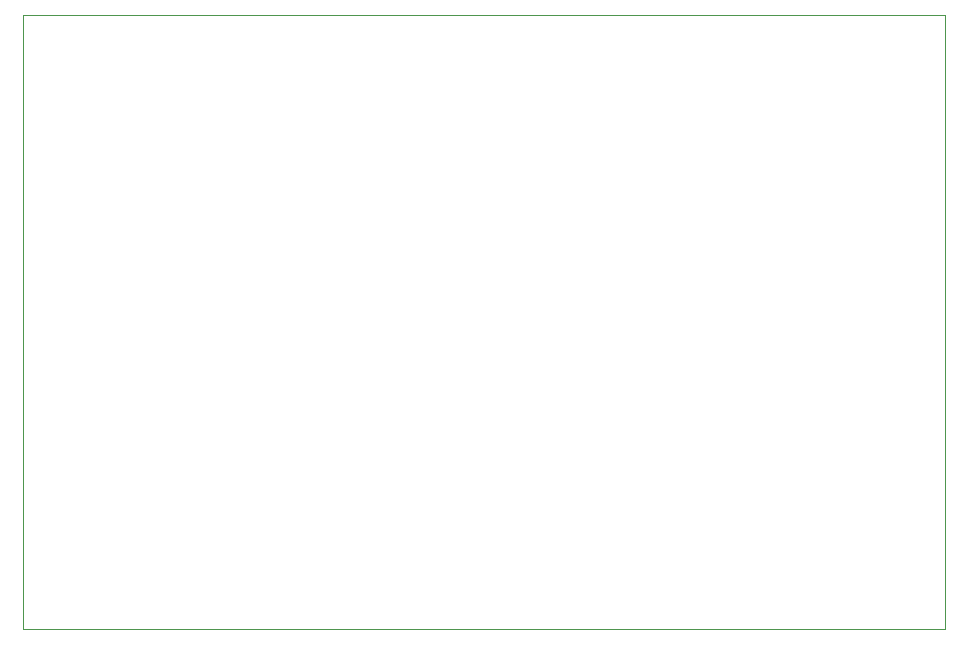
<source format=gm1>
G04 #@! TF.GenerationSoftware,KiCad,Pcbnew,9.0.1*
G04 #@! TF.CreationDate,2025-08-05T12:48:43+05:00*
G04 #@! TF.ProjectId,firstPCB,66697273-7450-4434-922e-6b696361645f,rev?*
G04 #@! TF.SameCoordinates,Original*
G04 #@! TF.FileFunction,Profile,NP*
%FSLAX46Y46*%
G04 Gerber Fmt 4.6, Leading zero omitted, Abs format (unit mm)*
G04 Created by KiCad (PCBNEW 9.0.1) date 2025-08-05 12:48:43*
%MOMM*%
%LPD*%
G01*
G04 APERTURE LIST*
G04 #@! TA.AperFunction,Profile*
%ADD10C,0.050000*%
G04 #@! TD*
G04 APERTURE END LIST*
D10*
X30000000Y-60000000D02*
X30000000Y-112000000D01*
X30000000Y-112000000D02*
X108000000Y-112000000D01*
X108000000Y-112000000D02*
X108000000Y-60000000D01*
X108000000Y-60000000D02*
X30000000Y-60000000D01*
M02*

</source>
